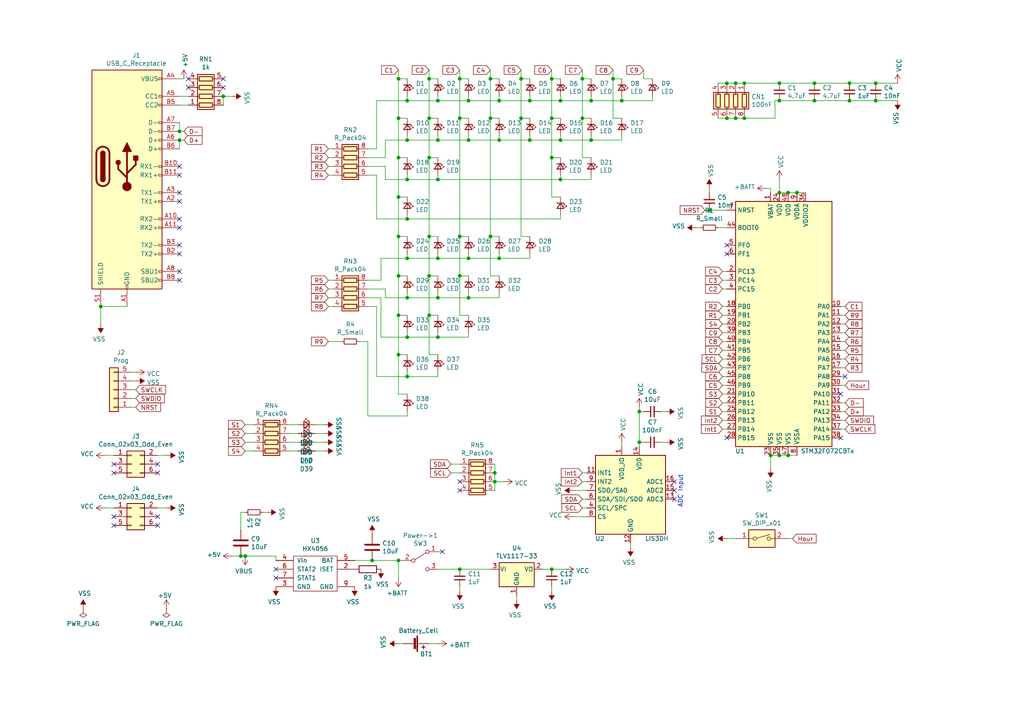
<source format=kicad_sch>
(kicad_sch (version 20210126) (generator eeschema)
  (paper "A4")
  (junction (at 29.21 88.9) (diameter 0.9144))
  (junction (at 52.07 38.1) (diameter 0.9144))
  (junction (at 52.07 40.64) (diameter 0.9144))
  (junction (at 64.77 27.94) (diameter 0.9144))
  (junction (at 69.85 161.29) (diameter 0.9144))
  (junction (at 71.12 161.29) (diameter 0.9144))
  (junction (at 107.95 162.56) (diameter 0.9144))
  (junction (at 115.57 22.86) (diameter 0.9144))
  (junction (at 115.57 34.29) (diameter 0.9144))
  (junction (at 115.57 45.72) (diameter 0.9144))
  (junction (at 115.57 57.15) (diameter 0.9144))
  (junction (at 115.57 68.58) (diameter 0.9144))
  (junction (at 115.57 80.01) (diameter 0.9144))
  (junction (at 115.57 91.44) (diameter 0.9144))
  (junction (at 115.57 102.87) (diameter 0.9144))
  (junction (at 115.57 162.56) (diameter 0.9144))
  (junction (at 118.11 29.21) (diameter 0.9144))
  (junction (at 118.11 40.64) (diameter 0.9144))
  (junction (at 118.11 52.07) (diameter 0.9144))
  (junction (at 118.11 63.5) (diameter 0.9144))
  (junction (at 118.11 74.93) (diameter 0.9144))
  (junction (at 118.11 86.36) (diameter 0.9144))
  (junction (at 118.11 97.79) (diameter 0.9144))
  (junction (at 118.11 109.22) (diameter 0.9144))
  (junction (at 124.46 22.86) (diameter 0.9144))
  (junction (at 124.46 34.29) (diameter 0.9144))
  (junction (at 124.46 45.72) (diameter 0.9144))
  (junction (at 124.46 68.58) (diameter 0.9144))
  (junction (at 124.46 80.01) (diameter 0.9144))
  (junction (at 124.46 91.44) (diameter 0.9144))
  (junction (at 127 29.21) (diameter 0.9144))
  (junction (at 127 40.64) (diameter 0.9144))
  (junction (at 127 52.07) (diameter 0.9144))
  (junction (at 127 74.93) (diameter 0.9144))
  (junction (at 127 86.36) (diameter 0.9144))
  (junction (at 127 97.79) (diameter 0.9144))
  (junction (at 133.35 22.86) (diameter 0.9144))
  (junction (at 133.35 34.29) (diameter 0.9144))
  (junction (at 133.35 68.58) (diameter 0.9144))
  (junction (at 133.35 80.01) (diameter 0.9144))
  (junction (at 133.35 165.1) (diameter 0.9144))
  (junction (at 135.89 29.21) (diameter 0.9144))
  (junction (at 135.89 40.64) (diameter 0.9144))
  (junction (at 135.89 74.93) (diameter 0.9144))
  (junction (at 135.89 86.36) (diameter 0.9144))
  (junction (at 142.24 22.86) (diameter 0.9144))
  (junction (at 142.24 34.29) (diameter 0.9144))
  (junction (at 142.24 68.58) (diameter 0.9144))
  (junction (at 143.51 137.16) (diameter 0.9144))
  (junction (at 143.51 139.7) (diameter 0.9144))
  (junction (at 144.78 29.21) (diameter 0.9144))
  (junction (at 144.78 40.64) (diameter 0.9144))
  (junction (at 144.78 74.93) (diameter 0.9144))
  (junction (at 151.13 22.86) (diameter 0.9144))
  (junction (at 151.13 34.29) (diameter 0.9144))
  (junction (at 153.67 29.21) (diameter 0.9144))
  (junction (at 153.67 40.64) (diameter 0.9144))
  (junction (at 160.02 22.86) (diameter 0.9144))
  (junction (at 160.02 34.29) (diameter 0.9144))
  (junction (at 160.02 45.72) (diameter 0.9144))
  (junction (at 160.02 165.1) (diameter 0.9144))
  (junction (at 162.56 29.21) (diameter 0.9144))
  (junction (at 162.56 40.64) (diameter 0.9144))
  (junction (at 162.56 52.07) (diameter 0.9144))
  (junction (at 168.91 22.86) (diameter 0.9144))
  (junction (at 168.91 34.29) (diameter 0.9144))
  (junction (at 171.45 29.21) (diameter 0.9144))
  (junction (at 171.45 40.64) (diameter 0.9144))
  (junction (at 177.8 22.86) (diameter 0.9144))
  (junction (at 180.34 29.21) (diameter 0.9144))
  (junction (at 185.42 119.38) (diameter 0.9144))
  (junction (at 185.42 128.27) (diameter 0.9144))
  (junction (at 205.74 60.96) (diameter 0.9144))
  (junction (at 210.82 24.13) (diameter 0.9144))
  (junction (at 210.82 34.29) (diameter 0.9144))
  (junction (at 213.36 24.13) (diameter 0.9144))
  (junction (at 213.36 34.29) (diameter 0.9144))
  (junction (at 215.9 24.13) (diameter 0.9144))
  (junction (at 215.9 34.29) (diameter 0.9144))
  (junction (at 223.52 132.08) (diameter 0.9144))
  (junction (at 226.06 24.13) (diameter 0.9144))
  (junction (at 226.06 29.21) (diameter 0.9144))
  (junction (at 226.06 55.88) (diameter 0.9144))
  (junction (at 226.06 132.08) (diameter 0.9144))
  (junction (at 228.6 55.88) (diameter 0.9144))
  (junction (at 228.6 132.08) (diameter 0.9144))
  (junction (at 231.14 55.88) (diameter 0.9144))
  (junction (at 236.22 24.13) (diameter 0.9144))
  (junction (at 236.22 29.21) (diameter 0.9144))
  (junction (at 246.38 24.13) (diameter 0.9144))
  (junction (at 246.38 29.21) (diameter 0.9144))
  (junction (at 254 24.13) (diameter 0.9144))
  (junction (at 254 29.21) (diameter 0.9144))
  (no_connect (at 33.02 134.62))
  (no_connect (at 33.02 137.16))
  (no_connect (at 33.02 149.86))
  (no_connect (at 33.02 152.4))
  (no_connect (at 45.72 134.62))
  (no_connect (at 45.72 137.16))
  (no_connect (at 45.72 149.86))
  (no_connect (at 45.72 152.4))
  (no_connect (at 52.07 48.26))
  (no_connect (at 52.07 50.8))
  (no_connect (at 52.07 55.88))
  (no_connect (at 52.07 58.42))
  (no_connect (at 52.07 63.5))
  (no_connect (at 52.07 66.04))
  (no_connect (at 52.07 71.12))
  (no_connect (at 52.07 73.66))
  (no_connect (at 52.07 78.74))
  (no_connect (at 52.07 81.28))
  (no_connect (at 54.61 22.86))
  (no_connect (at 54.61 25.4))
  (no_connect (at 64.77 22.86))
  (no_connect (at 64.77 25.4))
  (no_connect (at 80.01 165.1))
  (no_connect (at 80.01 167.64))
  (no_connect (at 128.27 160.02))
  (no_connect (at 133.35 139.7))
  (no_connect (at 133.35 142.24))
  (no_connect (at 195.58 139.7))
  (no_connect (at 195.58 142.24))
  (no_connect (at 195.58 144.78))
  (no_connect (at 210.82 71.12))
  (no_connect (at 210.82 73.66))
  (no_connect (at 210.82 127))
  (no_connect (at 243.84 114.3))
  (no_connect (at 243.84 127))
  (no_connect (at 245.11 109.22))
  (wire (pts (xy 29.21 88.9) (xy 29.21 93.98)))
  (wire (pts (xy 29.21 88.9) (xy 36.83 88.9)))
  (wire (pts (xy 30.48 132.08) (xy 33.02 132.08)))
  (wire (pts (xy 30.48 147.32) (xy 33.02 147.32)))
  (wire (pts (xy 38.1 107.95) (xy 39.37 107.95)))
  (wire (pts (xy 38.1 110.49) (xy 39.37 110.49)))
  (wire (pts (xy 38.1 115.57) (xy 39.37 115.57)))
  (wire (pts (xy 39.37 113.03) (xy 38.1 113.03)))
  (wire (pts (xy 39.37 118.11) (xy 38.1 118.11)))
  (wire (pts (xy 45.72 132.08) (xy 48.26 132.08)))
  (wire (pts (xy 45.72 147.32) (xy 48.26 147.32)))
  (wire (pts (xy 52.07 27.94) (xy 54.61 27.94)))
  (wire (pts (xy 52.07 30.48) (xy 54.61 30.48)))
  (wire (pts (xy 52.07 38.1) (xy 52.07 35.56)))
  (wire (pts (xy 52.07 38.1) (xy 53.34 38.1)))
  (wire (pts (xy 52.07 40.64) (xy 52.07 43.18)))
  (wire (pts (xy 52.07 40.64) (xy 53.34 40.64)))
  (wire (pts (xy 53.34 22.86) (xy 52.07 22.86)))
  (wire (pts (xy 64.77 27.94) (xy 67.31 27.94)))
  (wire (pts (xy 64.77 30.48) (xy 64.77 27.94)))
  (wire (pts (xy 67.31 161.29) (xy 69.85 161.29)))
  (wire (pts (xy 69.85 148.59) (xy 69.85 153.67)))
  (wire (pts (xy 69.85 148.59) (xy 71.12 148.59)))
  (wire (pts (xy 69.85 161.29) (xy 71.12 161.29)))
  (wire (pts (xy 71.12 125.73) (xy 73.66 125.73)))
  (wire (pts (xy 71.12 130.81) (xy 73.66 130.81)))
  (wire (pts (xy 71.12 161.29) (xy 80.01 161.29)))
  (wire (pts (xy 73.66 123.19) (xy 71.12 123.19)))
  (wire (pts (xy 73.66 128.27) (xy 71.12 128.27)))
  (wire (pts (xy 76.2 148.59) (xy 77.47 148.59)))
  (wire (pts (xy 80.01 161.29) (xy 80.01 162.56)))
  (wire (pts (xy 86.36 123.19) (xy 83.82 123.19)))
  (wire (pts (xy 86.36 125.73) (xy 83.82 125.73)))
  (wire (pts (xy 86.36 128.27) (xy 83.82 128.27)))
  (wire (pts (xy 86.36 130.81) (xy 83.82 130.81)))
  (wire (pts (xy 91.44 123.19) (xy 93.98 123.19)))
  (wire (pts (xy 91.44 125.73) (xy 93.98 125.73)))
  (wire (pts (xy 91.44 128.27) (xy 93.98 128.27)))
  (wire (pts (xy 91.44 130.81) (xy 93.98 130.81)))
  (wire (pts (xy 95.25 45.72) (xy 96.52 45.72)))
  (wire (pts (xy 95.25 50.8) (xy 96.52 50.8)))
  (wire (pts (xy 95.25 83.82) (xy 96.52 83.82)))
  (wire (pts (xy 95.25 88.9) (xy 96.52 88.9)))
  (wire (pts (xy 95.25 99.06) (xy 99.06 99.06)))
  (wire (pts (xy 96.52 43.18) (xy 95.25 43.18)))
  (wire (pts (xy 96.52 48.26) (xy 95.25 48.26)))
  (wire (pts (xy 96.52 81.28) (xy 95.25 81.28)))
  (wire (pts (xy 96.52 86.36) (xy 95.25 86.36)))
  (wire (pts (xy 102.87 162.56) (xy 107.95 162.56)))
  (wire (pts (xy 104.14 99.06) (xy 106.68 99.06)))
  (wire (pts (xy 106.68 45.72) (xy 111.76 45.72)))
  (wire (pts (xy 106.68 48.26) (xy 111.76 48.26)))
  (wire (pts (xy 106.68 50.8) (xy 109.22 50.8)))
  (wire (pts (xy 106.68 81.28) (xy 110.49 81.28)))
  (wire (pts (xy 106.68 83.82) (xy 111.76 83.82)))
  (wire (pts (xy 106.68 86.36) (xy 110.49 86.36)))
  (wire (pts (xy 106.68 88.9) (xy 109.22 88.9)))
  (wire (pts (xy 106.68 99.06) (xy 106.68 120.65)))
  (wire (pts (xy 106.68 120.65) (xy 118.11 120.65)))
  (wire (pts (xy 107.95 162.56) (xy 115.57 162.56)))
  (wire (pts (xy 109.22 29.21) (xy 109.22 43.18)))
  (wire (pts (xy 109.22 29.21) (xy 118.11 29.21)))
  (wire (pts (xy 109.22 43.18) (xy 106.68 43.18)))
  (wire (pts (xy 109.22 50.8) (xy 109.22 63.5)))
  (wire (pts (xy 109.22 88.9) (xy 109.22 109.22)))
  (wire (pts (xy 109.22 109.22) (xy 118.11 109.22)))
  (wire (pts (xy 110.49 81.28) (xy 110.49 74.93)))
  (wire (pts (xy 110.49 86.36) (xy 110.49 97.79)))
  (wire (pts (xy 111.76 45.72) (xy 111.76 40.64)))
  (wire (pts (xy 111.76 48.26) (xy 111.76 52.07)))
  (wire (pts (xy 111.76 83.82) (xy 111.76 86.36)))
  (wire (pts (xy 115.57 20.32) (xy 115.57 22.86)))
  (wire (pts (xy 115.57 22.86) (xy 115.57 34.29)))
  (wire (pts (xy 115.57 34.29) (xy 115.57 45.72)))
  (wire (pts (xy 115.57 34.29) (xy 118.11 34.29)))
  (wire (pts (xy 115.57 45.72) (xy 115.57 57.15)))
  (wire (pts (xy 115.57 45.72) (xy 118.11 45.72)))
  (wire (pts (xy 115.57 57.15) (xy 115.57 68.58)))
  (wire (pts (xy 115.57 57.15) (xy 118.11 57.15)))
  (wire (pts (xy 115.57 68.58) (xy 115.57 80.01)))
  (wire (pts (xy 115.57 68.58) (xy 118.11 68.58)))
  (wire (pts (xy 115.57 80.01) (xy 115.57 91.44)))
  (wire (pts (xy 115.57 80.01) (xy 118.11 80.01)))
  (wire (pts (xy 115.57 91.44) (xy 115.57 102.87)))
  (wire (pts (xy 115.57 102.87) (xy 115.57 114.3)))
  (wire (pts (xy 115.57 102.87) (xy 118.11 102.87)))
  (wire (pts (xy 115.57 114.3) (xy 118.11 114.3)))
  (wire (pts (xy 115.57 162.56) (xy 116.84 162.56)))
  (wire (pts (xy 115.57 167.64) (xy 115.57 162.56)))
  (wire (pts (xy 115.57 186.69) (xy 116.84 186.69)))
  (wire (pts (xy 118.11 22.86) (xy 115.57 22.86)))
  (wire (pts (xy 118.11 27.94) (xy 118.11 29.21)))
  (wire (pts (xy 118.11 29.21) (xy 127 29.21)))
  (wire (pts (xy 118.11 39.37) (xy 118.11 40.64)))
  (wire (pts (xy 118.11 40.64) (xy 111.76 40.64)))
  (wire (pts (xy 118.11 50.8) (xy 118.11 52.07)))
  (wire (pts (xy 118.11 52.07) (xy 111.76 52.07)))
  (wire (pts (xy 118.11 62.23) (xy 118.11 63.5)))
  (wire (pts (xy 118.11 63.5) (xy 109.22 63.5)))
  (wire (pts (xy 118.11 73.66) (xy 118.11 74.93)))
  (wire (pts (xy 118.11 74.93) (xy 110.49 74.93)))
  (wire (pts (xy 118.11 85.09) (xy 118.11 86.36)))
  (wire (pts (xy 118.11 86.36) (xy 111.76 86.36)))
  (wire (pts (xy 118.11 91.44) (xy 115.57 91.44)))
  (wire (pts (xy 118.11 96.52) (xy 118.11 97.79)))
  (wire (pts (xy 118.11 97.79) (xy 110.49 97.79)))
  (wire (pts (xy 118.11 107.95) (xy 118.11 109.22)))
  (wire (pts (xy 118.11 109.22) (xy 127 109.22)))
  (wire (pts (xy 118.11 119.38) (xy 118.11 120.65)))
  (wire (pts (xy 124.46 20.32) (xy 124.46 22.86)))
  (wire (pts (xy 124.46 34.29) (xy 124.46 22.86)))
  (wire (pts (xy 124.46 34.29) (xy 127 34.29)))
  (wire (pts (xy 124.46 45.72) (xy 124.46 34.29)))
  (wire (pts (xy 124.46 68.58) (xy 124.46 45.72)))
  (wire (pts (xy 124.46 80.01) (xy 124.46 68.58)))
  (wire (pts (xy 124.46 80.01) (xy 127 80.01)))
  (wire (pts (xy 124.46 91.44) (xy 124.46 80.01)))
  (wire (pts (xy 124.46 91.44) (xy 127 91.44)))
  (wire (pts (xy 124.46 102.87) (xy 124.46 91.44)))
  (wire (pts (xy 124.46 102.87) (xy 127 102.87)))
  (wire (pts (xy 124.46 186.69) (xy 127 186.69)))
  (wire (pts (xy 127 22.86) (xy 124.46 22.86)))
  (wire (pts (xy 127 27.94) (xy 127 29.21)))
  (wire (pts (xy 127 29.21) (xy 135.89 29.21)))
  (wire (pts (xy 127 39.37) (xy 127 40.64)))
  (wire (pts (xy 127 40.64) (xy 118.11 40.64)))
  (wire (pts (xy 127 45.72) (xy 124.46 45.72)))
  (wire (pts (xy 127 50.8) (xy 127 52.07)))
  (wire (pts (xy 127 52.07) (xy 118.11 52.07)))
  (wire (pts (xy 127 68.58) (xy 124.46 68.58)))
  (wire (pts (xy 127 73.66) (xy 127 74.93)))
  (wire (pts (xy 127 74.93) (xy 118.11 74.93)))
  (wire (pts (xy 127 85.09) (xy 127 86.36)))
  (wire (pts (xy 127 86.36) (xy 118.11 86.36)))
  (wire (pts (xy 127 96.52) (xy 127 97.79)))
  (wire (pts (xy 127 97.79) (xy 118.11 97.79)))
  (wire (pts (xy 127 107.95) (xy 127 109.22)))
  (wire (pts (xy 127 160.02) (xy 128.27 160.02)))
  (wire (pts (xy 127 165.1) (xy 133.35 165.1)))
  (wire (pts (xy 133.35 20.32) (xy 133.35 22.86)))
  (wire (pts (xy 133.35 34.29) (xy 133.35 22.86)))
  (wire (pts (xy 133.35 34.29) (xy 135.89 34.29)))
  (wire (pts (xy 133.35 68.58) (xy 133.35 34.29)))
  (wire (pts (xy 133.35 80.01) (xy 133.35 68.58)))
  (wire (pts (xy 133.35 91.44) (xy 133.35 80.01)))
  (wire (pts (xy 133.35 91.44) (xy 135.89 91.44)))
  (wire (pts (xy 133.35 134.62) (xy 130.81 134.62)))
  (wire (pts (xy 133.35 137.16) (xy 130.81 137.16)))
  (wire (pts (xy 133.35 165.1) (xy 142.24 165.1)))
  (wire (pts (xy 133.35 171.45) (xy 133.35 170.18)))
  (wire (pts (xy 135.89 22.86) (xy 133.35 22.86)))
  (wire (pts (xy 135.89 27.94) (xy 135.89 29.21)))
  (wire (pts (xy 135.89 29.21) (xy 144.78 29.21)))
  (wire (pts (xy 135.89 39.37) (xy 135.89 40.64)))
  (wire (pts (xy 135.89 40.64) (xy 127 40.64)))
  (wire (pts (xy 135.89 68.58) (xy 133.35 68.58)))
  (wire (pts (xy 135.89 73.66) (xy 135.89 74.93)))
  (wire (pts (xy 135.89 74.93) (xy 127 74.93)))
  (wire (pts (xy 135.89 80.01) (xy 133.35 80.01)))
  (wire (pts (xy 135.89 85.09) (xy 135.89 86.36)))
  (wire (pts (xy 135.89 86.36) (xy 127 86.36)))
  (wire (pts (xy 135.89 96.52) (xy 135.89 97.79)))
  (wire (pts (xy 135.89 97.79) (xy 127 97.79)))
  (wire (pts (xy 142.24 20.32) (xy 142.24 22.86)))
  (wire (pts (xy 142.24 22.86) (xy 144.78 22.86)))
  (wire (pts (xy 142.24 34.29) (xy 142.24 22.86)))
  (wire (pts (xy 142.24 68.58) (xy 142.24 34.29)))
  (wire (pts (xy 142.24 80.01) (xy 142.24 68.58)))
  (wire (pts (xy 143.51 137.16) (xy 143.51 134.62)))
  (wire (pts (xy 143.51 139.7) (xy 143.51 137.16)))
  (wire (pts (xy 143.51 139.7) (xy 143.51 142.24)))
  (wire (pts (xy 144.78 27.94) (xy 144.78 29.21)))
  (wire (pts (xy 144.78 29.21) (xy 153.67 29.21)))
  (wire (pts (xy 144.78 34.29) (xy 142.24 34.29)))
  (wire (pts (xy 144.78 39.37) (xy 144.78 40.64)))
  (wire (pts (xy 144.78 40.64) (xy 135.89 40.64)))
  (wire (pts (xy 144.78 68.58) (xy 142.24 68.58)))
  (wire (pts (xy 144.78 73.66) (xy 144.78 74.93)))
  (wire (pts (xy 144.78 74.93) (xy 135.89 74.93)))
  (wire (pts (xy 144.78 80.01) (xy 142.24 80.01)))
  (wire (pts (xy 144.78 85.09) (xy 144.78 86.36)))
  (wire (pts (xy 144.78 86.36) (xy 135.89 86.36)))
  (wire (pts (xy 146.05 139.7) (xy 143.51 139.7)))
  (wire (pts (xy 149.86 173.99) (xy 149.86 172.72)))
  (wire (pts (xy 151.13 20.32) (xy 151.13 22.86)))
  (wire (pts (xy 151.13 22.86) (xy 153.67 22.86)))
  (wire (pts (xy 151.13 34.29) (xy 151.13 22.86)))
  (wire (pts (xy 151.13 68.58) (xy 151.13 34.29)))
  (wire (pts (xy 151.13 68.58) (xy 153.67 68.58)))
  (wire (pts (xy 153.67 27.94) (xy 153.67 29.21)))
  (wire (pts (xy 153.67 29.21) (xy 162.56 29.21)))
  (wire (pts (xy 153.67 34.29) (xy 151.13 34.29)))
  (wire (pts (xy 153.67 39.37) (xy 153.67 40.64)))
  (wire (pts (xy 153.67 40.64) (xy 144.78 40.64)))
  (wire (pts (xy 153.67 73.66) (xy 153.67 74.93)))
  (wire (pts (xy 153.67 74.93) (xy 144.78 74.93)))
  (wire (pts (xy 157.48 165.1) (xy 160.02 165.1)))
  (wire (pts (xy 160.02 22.86) (xy 160.02 20.32)))
  (wire (pts (xy 160.02 22.86) (xy 162.56 22.86)))
  (wire (pts (xy 160.02 34.29) (xy 160.02 22.86)))
  (wire (pts (xy 160.02 45.72) (xy 160.02 34.29)))
  (wire (pts (xy 160.02 57.15) (xy 160.02 45.72)))
  (wire (pts (xy 160.02 57.15) (xy 162.56 57.15)))
  (wire (pts (xy 160.02 165.1) (xy 163.83 165.1)))
  (wire (pts (xy 160.02 171.45) (xy 160.02 170.18)))
  (wire (pts (xy 162.56 27.94) (xy 162.56 29.21)))
  (wire (pts (xy 162.56 29.21) (xy 171.45 29.21)))
  (wire (pts (xy 162.56 34.29) (xy 160.02 34.29)))
  (wire (pts (xy 162.56 39.37) (xy 162.56 40.64)))
  (wire (pts (xy 162.56 40.64) (xy 153.67 40.64)))
  (wire (pts (xy 162.56 45.72) (xy 160.02 45.72)))
  (wire (pts (xy 162.56 50.8) (xy 162.56 52.07)))
  (wire (pts (xy 162.56 52.07) (xy 127 52.07)))
  (wire (pts (xy 162.56 62.23) (xy 162.56 63.5)))
  (wire (pts (xy 162.56 63.5) (xy 118.11 63.5)))
  (wire (pts (xy 166.37 142.24) (xy 170.18 142.24)))
  (wire (pts (xy 166.37 149.86) (xy 170.18 149.86)))
  (wire (pts (xy 168.91 22.86) (xy 168.91 20.32)))
  (wire (pts (xy 168.91 34.29) (xy 168.91 22.86)))
  (wire (pts (xy 168.91 34.29) (xy 171.45 34.29)))
  (wire (pts (xy 168.91 45.72) (xy 168.91 34.29)))
  (wire (pts (xy 168.91 139.7) (xy 170.18 139.7)))
  (wire (pts (xy 168.91 144.78) (xy 170.18 144.78)))
  (wire (pts (xy 168.91 147.32) (xy 170.18 147.32)))
  (wire (pts (xy 170.18 137.16) (xy 168.91 137.16)))
  (wire (pts (xy 171.45 22.86) (xy 168.91 22.86)))
  (wire (pts (xy 171.45 27.94) (xy 171.45 29.21)))
  (wire (pts (xy 171.45 29.21) (xy 180.34 29.21)))
  (wire (pts (xy 171.45 39.37) (xy 171.45 40.64)))
  (wire (pts (xy 171.45 40.64) (xy 162.56 40.64)))
  (wire (pts (xy 171.45 45.72) (xy 168.91 45.72)))
  (wire (pts (xy 171.45 50.8) (xy 171.45 52.07)))
  (wire (pts (xy 171.45 52.07) (xy 162.56 52.07)))
  (wire (pts (xy 177.8 20.32) (xy 177.8 22.86)))
  (wire (pts (xy 177.8 22.86) (xy 177.8 34.29)))
  (wire (pts (xy 177.8 34.29) (xy 180.34 34.29)))
  (wire (pts (xy 180.34 22.86) (xy 177.8 22.86)))
  (wire (pts (xy 180.34 27.94) (xy 180.34 29.21)))
  (wire (pts (xy 180.34 29.21) (xy 189.23 29.21)))
  (wire (pts (xy 180.34 39.37) (xy 180.34 40.64)))
  (wire (pts (xy 180.34 40.64) (xy 171.45 40.64)))
  (wire (pts (xy 180.34 129.54) (xy 180.34 128.27)))
  (wire (pts (xy 182.88 158.75) (xy 182.88 157.48)))
  (wire (pts (xy 185.42 118.11) (xy 185.42 119.38)))
  (wire (pts (xy 185.42 119.38) (xy 185.42 128.27)))
  (wire (pts (xy 185.42 128.27) (xy 185.42 129.54)))
  (wire (pts (xy 186.69 22.86) (xy 186.69 20.32)))
  (wire (pts (xy 186.69 119.38) (xy 185.42 119.38)))
  (wire (pts (xy 186.69 128.27) (xy 185.42 128.27)))
  (wire (pts (xy 189.23 22.86) (xy 186.69 22.86)))
  (wire (pts (xy 189.23 27.94) (xy 189.23 29.21)))
  (wire (pts (xy 191.77 119.38) (xy 193.04 119.38)))
  (wire (pts (xy 191.77 128.27) (xy 193.04 128.27)))
  (wire (pts (xy 201.93 66.04) (xy 203.2 66.04)))
  (wire (pts (xy 204.47 60.96) (xy 205.74 60.96)))
  (wire (pts (xy 205.74 55.88) (xy 205.74 54.61)))
  (wire (pts (xy 205.74 60.96) (xy 210.82 60.96)))
  (wire (pts (xy 208.28 34.29) (xy 210.82 34.29)))
  (wire (pts (xy 208.28 66.04) (xy 210.82 66.04)))
  (wire (pts (xy 209.55 78.74) (xy 210.82 78.74)))
  (wire (pts (xy 209.55 81.28) (xy 210.82 81.28)))
  (wire (pts (xy 209.55 83.82) (xy 210.82 83.82)))
  (wire (pts (xy 209.55 88.9) (xy 210.82 88.9)))
  (wire (pts (xy 209.55 91.44) (xy 210.82 91.44)))
  (wire (pts (xy 209.55 93.98) (xy 210.82 93.98)))
  (wire (pts (xy 209.55 96.52) (xy 210.82 96.52)))
  (wire (pts (xy 209.55 99.06) (xy 210.82 99.06)))
  (wire (pts (xy 209.55 101.6) (xy 210.82 101.6)))
  (wire (pts (xy 209.55 104.14) (xy 210.82 104.14)))
  (wire (pts (xy 209.55 109.22) (xy 210.82 109.22)))
  (wire (pts (xy 209.55 111.76) (xy 210.82 111.76)))
  (wire (pts (xy 209.55 116.84) (xy 210.82 116.84)))
  (wire (pts (xy 209.55 121.92) (xy 210.82 121.92)))
  (wire (pts (xy 210.82 24.13) (xy 208.28 24.13)))
  (wire (pts (xy 210.82 34.29) (xy 213.36 34.29)))
  (wire (pts (xy 210.82 106.68) (xy 209.55 106.68)))
  (wire (pts (xy 210.82 114.3) (xy 209.55 114.3)))
  (wire (pts (xy 210.82 119.38) (xy 209.55 119.38)))
  (wire (pts (xy 210.82 124.46) (xy 209.55 124.46)))
  (wire (pts (xy 210.82 156.21) (xy 213.36 156.21)))
  (wire (pts (xy 213.36 24.13) (xy 210.82 24.13)))
  (wire (pts (xy 213.36 34.29) (xy 215.9 34.29)))
  (wire (pts (xy 215.9 24.13) (xy 213.36 24.13)))
  (wire (pts (xy 215.9 34.29) (xy 224.79 34.29)))
  (wire (pts (xy 222.25 54.61) (xy 223.52 54.61)))
  (wire (pts (xy 223.52 54.61) (xy 223.52 55.88)))
  (wire (pts (xy 223.52 132.08) (xy 226.06 132.08)))
  (wire (pts (xy 223.52 135.89) (xy 223.52 132.08)))
  (wire (pts (xy 224.79 29.21) (xy 226.06 29.21)))
  (wire (pts (xy 224.79 34.29) (xy 224.79 29.21)))
  (wire (pts (xy 226.06 24.13) (xy 215.9 24.13)))
  (wire (pts (xy 226.06 29.21) (xy 236.22 29.21)))
  (wire (pts (xy 226.06 55.88) (xy 226.06 52.07)))
  (wire (pts (xy 226.06 132.08) (xy 228.6 132.08)))
  (wire (pts (xy 228.6 55.88) (xy 226.06 55.88)))
  (wire (pts (xy 228.6 132.08) (xy 231.14 132.08)))
  (wire (pts (xy 228.6 156.21) (xy 229.87 156.21)))
  (wire (pts (xy 231.14 55.88) (xy 228.6 55.88)))
  (wire (pts (xy 233.68 55.88) (xy 231.14 55.88)))
  (wire (pts (xy 236.22 24.13) (xy 226.06 24.13)))
  (wire (pts (xy 236.22 24.13) (xy 246.38 24.13)))
  (wire (pts (xy 236.22 29.21) (xy 246.38 29.21)))
  (wire (pts (xy 243.84 88.9) (xy 245.11 88.9)))
  (wire (pts (xy 243.84 93.98) (xy 245.11 93.98)))
  (wire (pts (xy 243.84 106.68) (xy 245.11 106.68)))
  (wire (pts (xy 243.84 109.22) (xy 245.11 109.22)))
  (wire (pts (xy 243.84 111.76) (xy 245.11 111.76)))
  (wire (pts (xy 243.84 116.84) (xy 245.11 116.84)))
  (wire (pts (xy 243.84 119.38) (xy 245.11 119.38)))
  (wire (pts (xy 243.84 121.92) (xy 245.11 121.92)))
  (wire (pts (xy 245.11 91.44) (xy 243.84 91.44)))
  (wire (pts (xy 245.11 96.52) (xy 243.84 96.52)))
  (wire (pts (xy 245.11 99.06) (xy 243.84 99.06)))
  (wire (pts (xy 245.11 101.6) (xy 243.84 101.6)))
  (wire (pts (xy 245.11 104.14) (xy 243.84 104.14)))
  (wire (pts (xy 245.11 124.46) (xy 243.84 124.46)))
  (wire (pts (xy 246.38 24.13) (xy 254 24.13)))
  (wire (pts (xy 246.38 29.21) (xy 254 29.21)))
  (wire (pts (xy 254 24.13) (xy 260.35 24.13)))
  (wire (pts (xy 254 29.21) (xy 260.35 29.21)))
  (wire (pts (xy 324.4596 71.6788) (xy 324.4596 71.882)))
  (wire (pts (xy 332.74 71.882) (xy 324.4596 71.882)))
  (text "ADC Input" (at 198.12 147.32 90) (effects (font (size 1.27 1.27)) (justify left bottom)))
  (global_label "SWCLK" (shape input) (at 39.37 113.03 0) (property "Intersheet References" "${INTERSHEET_REFS}" (effects hide)))
  (global_label "SWDIO" (shape input) (at 39.37 115.57 0) (property "Intersheet References" "${INTERSHEET_REFS}" (effects hide)))
  (global_label "NRST" (shape input) (at 39.37 118.11 0) (property "Intersheet References" "${INTERSHEET_REFS}" (effects hide)))
  (global_label "D-" (shape input) (at 53.34 38.1 0) (property "Intersheet References" "${INTERSHEET_REFS}" (effects hide)))
  (global_label "D+" (shape input) (at 53.34 40.64 0) (property "Intersheet References" "${INTERSHEET_REFS}" (effects hide)))
  (global_label "S1" (shape input) (at 71.12 123.19 180) (property "Intersheet References" "${INTERSHEET_REFS}" (effects hide)))
  (global_label "S2" (shape input) (at 71.12 125.73 180) (property "Intersheet References" "${INTERSHEET_REFS}" (effects hide)))
  (global_label "S3" (shape input) (at 71.12 128.27 180) (property "Intersheet References" "${INTERSHEET_REFS}" (effects hide)))
  (global_label "S4" (shape input) (at 71.12 130.81 180) (property "Intersheet References" "${INTERSHEET_REFS}" (effects hide)))
  (global_label "R1" (shape input) (at 95.25 43.18 180) (property "Intersheet References" "${INTERSHEET_REFS}" (effects hide)))
  (global_label "R2" (shape input) (at 95.25 45.72 180) (property "Intersheet References" "${INTERSHEET_REFS}" (effects hide)))
  (global_label "R3" (shape input) (at 95.25 48.26 180) (property "Intersheet References" "${INTERSHEET_REFS}" (effects hide)))
  (global_label "R4" (shape input) (at 95.25 50.8 180) (property "Intersheet References" "${INTERSHEET_REFS}" (effects hide)))
  (global_label "R5" (shape input) (at 95.25 81.28 180) (property "Intersheet References" "${INTERSHEET_REFS}" (effects hide)))
  (global_label "R6" (shape input) (at 95.25 83.82 180) (property "Intersheet References" "${INTERSHEET_REFS}" (effects hide)))
  (global_label "R7" (shape input) (at 95.25 86.36 180) (property "Intersheet References" "${INTERSHEET_REFS}" (effects hide)))
  (global_label "R8" (shape input) (at 95.25 88.9 180) (property "Intersheet References" "${INTERSHEET_REFS}" (effects hide)))
  (global_label "R9" (shape input) (at 95.25 99.06 180) (property "Intersheet References" "${INTERSHEET_REFS}" (effects hide)))
  (global_label "C1" (shape input) (at 115.57 20.32 180) (property "Intersheet References" "${INTERSHEET_REFS}" (effects hide)))
  (global_label "C2" (shape input) (at 124.46 20.32 180) (property "Intersheet References" "${INTERSHEET_REFS}" (effects hide)))
  (global_label "SDA" (shape input) (at 130.81 134.62 180) (property "Intersheet References" "${INTERSHEET_REFS}" (effects hide)))
  (global_label "SCL" (shape input) (at 130.81 137.16 180) (property "Intersheet References" "${INTERSHEET_REFS}" (effects hide)))
  (global_label "C3" (shape input) (at 133.35 20.32 180) (property "Intersheet References" "${INTERSHEET_REFS}" (effects hide)))
  (global_label "C4" (shape input) (at 142.24 20.32 180) (property "Intersheet References" "${INTERSHEET_REFS}" (effects hide)))
  (global_label "C5" (shape input) (at 151.13 20.32 180) (property "Intersheet References" "${INTERSHEET_REFS}" (effects hide)))
  (global_label "C6" (shape input) (at 160.02 20.32 180) (property "Intersheet References" "${INTERSHEET_REFS}" (effects hide)))
  (global_label "C7" (shape input) (at 168.91 20.32 180) (property "Intersheet References" "${INTERSHEET_REFS}" (effects hide)))
  (global_label "Int1" (shape input) (at 168.91 137.16 180) (property "Intersheet References" "${INTERSHEET_REFS}" (effects hide)))
  (global_label "Int2" (shape input) (at 168.91 139.7 180) (property "Intersheet References" "${INTERSHEET_REFS}" (effects hide)))
  (global_label "SDA" (shape input) (at 168.91 144.78 180) (property "Intersheet References" "${INTERSHEET_REFS}" (effects hide)))
  (global_label "SCL" (shape input) (at 168.91 147.32 180) (property "Intersheet References" "${INTERSHEET_REFS}" (effects hide)))
  (global_label "C8" (shape input) (at 177.8 20.32 180) (property "Intersheet References" "${INTERSHEET_REFS}" (effects hide)))
  (global_label "C9" (shape input) (at 186.69 20.32 180) (property "Intersheet References" "${INTERSHEET_REFS}" (effects hide)))
  (global_label "NRST" (shape input) (at 204.47 60.96 180) (property "Intersheet References" "${INTERSHEET_REFS}" (effects hide)))
  (global_label "C4" (shape input) (at 209.55 78.74 180) (property "Intersheet References" "${INTERSHEET_REFS}" (effects hide)))
  (global_label "C3" (shape input) (at 209.55 81.28 180) (property "Intersheet References" "${INTERSHEET_REFS}" (effects hide)))
  (global_label "C2" (shape input) (at 209.55 83.82 180) (property "Intersheet References" "${INTERSHEET_REFS}" (effects hide)))
  (global_label "R2" (shape input) (at 209.55 88.9 180) (property "Intersheet References" "${INTERSHEET_REFS}" (effects hide)))
  (global_label "R1" (shape input) (at 209.55 91.44 180) (property "Intersheet References" "${INTERSHEET_REFS}" (effects hide)))
  (global_label "S4" (shape input) (at 209.55 93.98 180) (property "Intersheet References" "${INTERSHEET_REFS}" (effects hide)))
  (global_label "C9" (shape input) (at 209.55 96.52 180) (property "Intersheet References" "${INTERSHEET_REFS}" (effects hide)))
  (global_label "C8" (shape input) (at 209.55 99.06 180) (property "Intersheet References" "${INTERSHEET_REFS}" (effects hide)))
  (global_label "C7" (shape input) (at 209.55 101.6 180) (property "Intersheet References" "${INTERSHEET_REFS}" (effects hide)))
  (global_label "SCL" (shape input) (at 209.55 104.14 180) (property "Intersheet References" "${INTERSHEET_REFS}" (effects hide)))
  (global_label "SDA" (shape input) (at 209.55 106.68 180) (property "Intersheet References" "${INTERSHEET_REFS}" (effects hide)))
  (global_label "C6" (shape input) (at 209.55 109.22 180) (property "Intersheet References" "${INTERSHEET_REFS}" (effects hide)))
  (global_label "C5" (shape input) (at 209.55 111.76 180) (property "Intersheet References" "${INTERSHEET_REFS}" (effects hide)))
  (global_label "S3" (shape input) (at 209.55 114.3 180) (property "Intersheet References" "${INTERSHEET_REFS}" (effects hide)))
  (global_label "S2" (shape input) (at 209.55 116.84 180) (property "Intersheet References" "${INTERSHEET_REFS}" (effects hide)))
  (global_label "S1" (shape input) (at 209.55 119.38 180) (property "Intersheet References" "${INTERSHEET_REFS}" (effects hide)))
  (global_label "Int2" (shape input) (at 209.55 121.92 180) (property "Intersheet References" "${INTERSHEET_REFS}" (effects hide)))
  (global_label "Int1" (shape input) (at 209.55 124.46 180) (property "Intersheet References" "${INTERSHEET_REFS}" (effects hide)))
  (global_label "Hour" (shape input) (at 229.87 156.21 0) (property "Intersheet References" "${INTERSHEET_REFS}" (effects hide)))
  (global_label "C1" (shape input) (at 245.11 88.9 0) (property "Intersheet References" "${INTERSHEET_REFS}" (effects hide)))
  (global_label "R9" (shape input) (at 245.11 91.44 0) (property "Intersheet References" "${INTERSHEET_REFS}" (effects hide)))
  (global_label "R8" (shape input) (at 245.11 93.98 0) (property "Intersheet References" "${INTERSHEET_REFS}" (effects hide)))
  (global_label "R7" (shape input) (at 245.11 96.52 0) (property "Intersheet References" "${INTERSHEET_REFS}" (effects hide)))
  (global_label "R6" (shape input) (at 245.11 99.06 0) (property "Intersheet References" "${INTERSHEET_REFS}" (effects hide)))
  (global_label "R5" (shape input) (at 245.11 101.6 0) (property "Intersheet References" "${INTERSHEET_REFS}" (effects hide)))
  (global_label "R4" (shape input) (at 245.11 104.14 0) (property "Intersheet References" "${INTERSHEET_REFS}" (effects hide)))
  (global_label "R3" (shape input) (at 245.11 106.68 0) (property "Intersheet References" "${INTERSHEET_REFS}" (effects hide)))
  (global_label "Hour" (shape input) (at 245.11 111.76 0) (property "Intersheet References" "${INTERSHEET_REFS}" (effects hide)))
  (global_label "D-" (shape input) (at 245.11 116.84 0) (property "Intersheet References" "${INTERSHEET_REFS}" (effects hide)))
  (global_label "D+" (shape input) (at 245.11 119.38 0) (property "Intersheet References" "${INTERSHEET_REFS}" (effects hide)))
  (global_label "SWDIO" (shape input) (at 245.11 121.92 0) (property "Intersheet References" "${INTERSHEET_REFS}" (effects hide)))
  (global_label "SWCLK" (shape input) (at 245.11 124.46 0) (property "Intersheet References" "${INTERSHEET_REFS}" (effects hide)))
  (symbol (lib_id "power:PWR_FLAG") (at 24.13 176.53 180) (unit 1)
    (property "Reference" "#FLG01" (effects hide))
    (property "Value" "PWR_FLAG" (at 24.13 180.9242 0))
  )
  (symbol (lib_id "power:PWR_FLAG") (at 48.26 176.53 180) (unit 1)
    (property "Reference" "#FLG02" (effects hide))
    (property "Value" "PWR_FLAG" (at 48.26 180.9242 0))
  )
  (symbol (lib_id "power:VSS") (at 24.13 176.53 0) (unit 1)
    (property "Reference" "#PWR042" (effects hide))
    (property "Value" "VSS" (at 24.5618 172.1358 0))
  )
  (symbol (lib_id "power:VSS") (at 29.21 93.98 180) (unit 1)
    (property "Reference" "#PWR09" (effects hide))
    (property "Value" "VSS" (at 28.7528 98.3742 0))
  )
  (symbol (lib_id "power:VCC") (at 30.48 132.08 90) (unit 1)
    (property "Reference" "#PWR024" (effects hide))
    (property "Value" "VCC" (at 27.2288 131.6482 90) (effects (justify left)))
  )
  (symbol (lib_id "power:VCC") (at 30.48 147.32 90) (unit 1)
    (property "Reference" "#PWR027" (effects hide))
    (property "Value" "VCC" (at 27.2288 146.8882 90) (effects (justify left)))
  )
  (symbol (lib_id "power:VCC") (at 39.37 107.95 270) (unit 1)
    (property "Reference" "#PWR010" (effects hide))
    (property "Value" "VCC" (at 42.6212 108.3818 90) (effects (justify left)))
  )
  (symbol (lib_id "power:VSS") (at 39.37 110.49 270) (unit 1)
    (property "Reference" "#PWR011" (effects hide))
    (property "Value" "VSS" (at 42.6212 110.9218 90) (effects (justify left)))
  )
  (symbol (lib_id "power:VSS") (at 48.26 132.08 270) (unit 1)
    (property "Reference" "#PWR025" (effects hide))
    (property "Value" "VSS" (at 52.6542 132.5372 0))
  )
  (symbol (lib_id "power:VSS") (at 48.26 147.32 270) (unit 1)
    (property "Reference" "#PWR028" (effects hide))
    (property "Value" "VSS" (at 52.6542 147.7772 0))
  )
  (symbol (lib_id "power:+5V") (at 48.26 176.53 0) (unit 1)
    (property "Reference" "#PWR043" (effects hide))
    (property "Value" "+5V" (at 45.72 172.72 0) (effects (justify left)))
  )
  (symbol (lib_id "power:+5V") (at 53.34 22.86 0) (unit 1)
    (property "Reference" "#PWR01" (effects hide))
    (property "Value" "+5V" (at 53.721 19.6088 90) (effects (justify left)))
  )
  (symbol (lib_id "power:VSS") (at 67.31 27.94 270) (unit 1)
    (property "Reference" "#PWR03" (effects hide))
    (property "Value" "VSS" (at 71.7042 28.3972 0))
  )
  (symbol (lib_id "power:+5V") (at 67.31 161.29 90) (unit 1)
    (property "Reference" "#PWR032" (effects hide))
    (property "Value" "+5V" (at 64.0588 160.909 90) (effects (justify left)))
  )
  (symbol (lib_id "power:VBUS") (at 71.12 161.29 180) (unit 1)
    (property "Reference" "#PWR033" (effects hide))
    (property "Value" "VBUS" (at 70.739 165.6842 0))
  )
  (symbol (lib_id "power:VSS") (at 77.47 148.59 270) (unit 1)
    (property "Reference" "#PWR029" (effects hide))
    (property "Value" "VSS" (at 81.8642 149.0218 0))
  )
  (symbol (lib_id "power:VSS") (at 80.01 170.18 180) (unit 1)
    (property "Reference" "#PWR037" (effects hide))
    (property "Value" "VSS" (at 79.5528 174.5742 0))
  )
  (symbol (lib_id "power:VSS") (at 93.98 123.19 270) (mirror x) (unit 1)
    (property "Reference" "#PWR021" (effects hide))
    (property "Value" "VSS" (at 98.3742 122.7582 0))
  )
  (symbol (lib_id "power:VSS") (at 93.98 125.73 270) (mirror x) (unit 1)
    (property "Reference" "#PWR019" (effects hide))
    (property "Value" "VSS" (at 98.3742 125.2982 0))
  )
  (symbol (lib_id "power:VSS") (at 93.98 128.27 270) (mirror x) (unit 1)
    (property "Reference" "#PWR016" (effects hide))
    (property "Value" "VSS" (at 98.3742 127.8382 0))
  )
  (symbol (lib_id "power:VSS") (at 93.98 130.81 270) (mirror x) (unit 1)
    (property "Reference" "#PWR014" (effects hide))
    (property "Value" "VSS" (at 98.3742 130.3782 0))
  )
  (symbol (lib_id "power:VSS") (at 102.87 170.18 180) (unit 1)
    (property "Reference" "#PWR038" (effects hide))
    (property "Value" "VSS" (at 102.4128 174.5742 0))
  )
  (symbol (lib_id "power:VSS") (at 107.95 154.94 0) (unit 1)
    (property "Reference" "#PWR030" (effects hide))
    (property "Value" "VSS" (at 108.3818 150.5458 0))
  )
  (symbol (lib_id "power:VSS") (at 110.49 165.1 0) (mirror x) (unit 1)
    (property "Reference" "#PWR034" (effects hide))
    (property "Value" "VSS" (at 110.9472 169.4942 0))
  )
  (symbol (lib_id "power:+BATT") (at 115.57 167.64 180) (unit 1)
    (property "Reference" "#PWR036" (effects hide))
    (property "Value" "+BATT" (at 115.189 172.0342 0))
  )
  (symbol (lib_id "power:VSS") (at 115.57 186.69 90) (unit 1)
    (property "Reference" "#PWR044" (effects hide))
    (property "Value" "VSS" (at 111.1758 186.2328 0))
  )
  (symbol (lib_id "power:+BATT") (at 127 186.69 270) (unit 1)
    (property "Reference" "#PWR045" (effects hide))
    (property "Value" "+BATT" (at 130.2512 187.071 90) (effects (justify left)))
  )
  (symbol (lib_id "power:VSS") (at 133.35 171.45 180) (unit 1)
    (property "Reference" "#PWR039" (effects hide))
    (property "Value" "VSS" (at 132.8928 175.8442 0))
  )
  (symbol (lib_id "power:VCC") (at 146.05 139.7 270) (unit 1)
    (property "Reference" "#PWR012" (effects hide))
    (property "Value" "VCC" (at 149.3012 140.1318 90) (effects (justify left)))
  )
  (symbol (lib_id "power:VSS") (at 149.86 173.99 180) (unit 1)
    (property "Reference" "#PWR041" (effects hide))
    (property "Value" "VSS" (at 149.4028 178.3842 0))
  )
  (symbol (lib_id "power:VSS") (at 160.02 171.45 180) (unit 1)
    (property "Reference" "#PWR040" (effects hide))
    (property "Value" "VSS" (at 159.5628 175.8442 0))
  )
  (symbol (lib_id "power:VCC") (at 163.83 165.1 270) (unit 1)
    (property "Reference" "#PWR035" (effects hide))
    (property "Value" "VCC" (at 167.0812 165.5318 90) (effects (justify left)))
  )
  (symbol (lib_id "power:VSS") (at 166.37 142.24 90) (unit 1)
    (property "Reference" "#PWR0107" (effects hide))
    (property "Value" "VSS" (at 161.9758 141.8082 0))
  )
  (symbol (lib_id "power:VCC") (at 166.37 149.86 90) (unit 1)
    (property "Reference" "#PWR0106" (effects hide))
    (property "Value" "VCC" (at 163.1188 149.4282 90) (effects (justify left)))
  )
  (symbol (lib_id "power:VCC") (at 180.34 128.27 0) (unit 1)
    (property "Reference" "#PWR0101" (effects hide))
    (property "Value" "VCC" (at 180.7718 125.0188 90) (effects (justify left)))
  )
  (symbol (lib_id "power:VSS") (at 182.88 158.75 180) (unit 1)
    (property "Reference" "#PWR0102" (effects hide))
    (property "Value" "VSS" (at 182.4482 163.1442 0))
  )
  (symbol (lib_id "power:VCC") (at 185.42 118.11 0) (unit 1)
    (property "Reference" "#PWR0103" (effects hide))
    (property "Value" "VCC" (at 185.8518 114.8588 90) (effects (justify left)))
  )
  (symbol (lib_id "power:VSS") (at 193.04 119.38 270) (unit 1)
    (property "Reference" "#PWR0105" (effects hide))
    (property "Value" "VSS" (at 197.4342 119.8118 0))
  )
  (symbol (lib_id "power:VSS") (at 193.04 128.27 270) (unit 1)
    (property "Reference" "#PWR0104" (effects hide))
    (property "Value" "VSS" (at 197.4342 128.7018 0))
  )
  (symbol (lib_id "power:VSS") (at 201.93 66.04 90) (unit 1)
    (property "Reference" "#PWR08" (effects hide))
    (property "Value" "VSS" (at 198.6788 65.6082 90) (effects (justify left)))
  )
  (symbol (lib_id "power:VSS") (at 205.74 54.61 0) (unit 1)
    (property "Reference" "#PWR06" (effects hide))
    (property "Value" "VSS" (at 206.1718 51.3588 90) (effects (justify left)))
  )
  (symbol (lib_id "power:VSS") (at 210.82 156.21 90) (unit 1)
    (property "Reference" "#PWR031" (effects hide))
    (property "Value" "VSS" (at 206.4258 155.7782 0))
  )
  (symbol (lib_id "power:+BATT") (at 222.25 54.61 90) (unit 1)
    (property "Reference" "#PWR07" (effects hide))
    (property "Value" "+BATT" (at 219.0242 54.229 90) (effects (justify left)))
  )
  (symbol (lib_id "power:VSS") (at 223.52 135.89 180) (unit 1)
    (property "Reference" "#PWR026" (effects hide))
    (property "Value" "VSS" (at 223.0882 139.1412 90) (effects (justify left)))
  )
  (symbol (lib_id "power:VCC") (at 226.06 52.07 0) (unit 1)
    (property "Reference" "#PWR05" (effects hide))
    (property "Value" "VCC" (at 226.4918 48.8188 90) (effects (justify left)))
  )
  (symbol (lib_id "power:VCC") (at 260.35 24.13 0) (unit 1)
    (property "Reference" "#PWR02" (effects hide))
    (property "Value" "VCC" (at 260.7818 20.8788 90) (effects (justify left)))
  )
  (symbol (lib_id "power:VSS") (at 260.35 29.21 180) (unit 1)
    (property "Reference" "#PWR04" (effects hide))
    (property "Value" "VSS" (at 259.9182 32.4612 90) (effects (justify left)))
  )
  (symbol (lib_id "Device:R_Small") (at 73.66 148.59 270) (unit 1)
    (property "Reference" "R2" (at 74.8284 150.0886 0) (effects (justify left)))
    (property "Value" "1.5" (at 72.517 150.0886 0) (effects (justify left)))
    (property "Footprint" "Resistor_SMD:R_0805_2012Metric" (effects hide))
  )
  (symbol (lib_id "Device:R_Small") (at 101.6 99.06 270) (unit 1)
    (property "Reference" "R4" (at 101.6 94.0816 90))
    (property "Value" "R_Small" (at 101.6 96.393 90))
    (property "Footprint" "Resistor_SMD:R_0805_2012Metric" (effects hide))
  )
  (symbol (lib_id "Device:R_Small") (at 205.74 66.04 270) (unit 1)
    (property "Reference" "R1" (at 205.74 61.0616 90))
    (property "Value" "R_Small" (at 205.74 63.373 90))
    (property "Footprint" "Resistor_SMD:R_0805_2012Metric" (effects hide))
  )
  (symbol (lib_id "Device:LED_Small") (at 88.9 123.19 0) (mirror y) (unit 1)
    (property "Reference" "D42" (at 88.9 128.397 0))
    (property "Value" "LED" (at 88.9 126.0856 0))
    (property "Footprint" "Dragos:T776-ReverseMountLED" (effects hide))
  )
  (symbol (lib_id "Device:LED_Small") (at 88.9 125.73 0) (mirror y) (unit 1)
    (property "Reference" "D41" (at 88.9 130.937 0))
    (property "Value" "LED" (at 88.9 128.6256 0))
    (property "Footprint" "Dragos:T776-ReverseMountLED" (effects hide))
  )
  (symbol (lib_id "Device:LED_Small") (at 88.9 128.27 0) (mirror y) (unit 1)
    (property "Reference" "D40" (at 88.9 133.477 0))
    (property "Value" "LED" (at 88.9 131.1656 0))
    (property "Footprint" "Dragos:T776-ReverseMountLED" (effects hide))
  )
  (symbol (lib_id "Device:LED_Small") (at 88.9 130.81 0) (mirror y) (unit 1)
    (property "Reference" "D39" (at 88.9 136.017 0))
    (property "Value" "LED" (at 88.9 133.7056 0))
    (property "Footprint" "Dragos:T776-ReverseMountLED" (effects hide))
  )
  (symbol (lib_id "Device:LED_Small") (at 118.11 25.4 270) (unit 1)
    (property "Reference" "D1" (at 120.5992 24.2316 90) (effects (justify left)))
    (property "Value" "LED" (at 120.5992 26.543 90) (effects (justify left)))
    (property "Footprint" "LED_SMD:LED_0805_2012Metric" (effects hide))
  )
  (symbol (lib_id "Device:LED_Small") (at 118.11 36.83 270) (unit 1)
    (property "Reference" "D10" (at 120.5992 35.6616 90) (effects (justify left)))
    (property "Value" "LED" (at 120.5992 37.973 90) (effects (justify left)))
    (property "Footprint" "LED_SMD:LED_0805_2012Metric" (effects hide))
  )
  (symbol (lib_id "Device:LED_Small") (at 118.11 48.26 270) (unit 1)
    (property "Reference" "D18" (at 120.5992 47.0916 90) (effects (justify left)))
    (property "Value" "LED" (at 120.5992 49.403 90) (effects (justify left)))
    (property "Footprint" "LED_SMD:LED_0805_2012Metric" (effects hide))
  )
  (symbol (lib_id "Device:LED_Small") (at 118.11 59.69 270) (unit 1)
    (property "Reference" "D22" (at 120.5992 58.5216 90) (effects (justify left)))
    (property "Value" "LED" (at 120.5992 60.833 90) (effects (justify left)))
    (property "Footprint" "LED_SMD:LED_0805_2012Metric" (effects hide))
  )
  (symbol (lib_id "Device:LED_Small") (at 118.11 71.12 270) (unit 1)
    (property "Reference" "D24" (at 120.5992 69.9516 90) (effects (justify left)))
    (property "Value" "LED" (at 120.5992 72.263 90) (effects (justify left)))
    (property "Footprint" "LED_SMD:LED_0805_2012Metric" (effects hide))
  )
  (symbol (lib_id "Device:LED_Small") (at 118.11 82.55 270) (unit 1)
    (property "Reference" "D29" (at 120.5992 81.3816 90) (effects (justify left)))
    (property "Value" "LED" (at 120.5992 83.693 90) (effects (justify left)))
    (property "Footprint" "LED_SMD:LED_0805_2012Metric" (effects hide))
  )
  (symbol (lib_id "Device:LED_Small") (at 118.11 93.98 270) (unit 1)
    (property "Reference" "D33" (at 120.5992 92.8116 90) (effects (justify left)))
    (property "Value" "LED" (at 120.5992 95.123 90) (effects (justify left)))
    (property "Footprint" "LED_SMD:LED_0805_2012Metric" (effects hide))
  )
  (symbol (lib_id "Device:LED_Small") (at 118.11 105.41 270) (unit 1)
    (property "Reference" "D36" (at 120.5992 104.2416 90) (effects (justify left)))
    (property "Value" "LED" (at 120.5992 106.553 90) (effects (justify left)))
    (property "Footprint" "LED_SMD:LED_0805_2012Metric" (effects hide))
  )
  (symbol (lib_id "Device:LED_Small") (at 118.11 116.84 270) (unit 1)
    (property "Reference" "D38" (at 120.5992 115.6716 90) (effects (justify left)))
    (property "Value" "LED" (at 120.5992 117.983 90) (effects (justify left)))
    (property "Footprint" "LED_SMD:LED_0805_2012Metric" (effects hide))
  )
  (symbol (lib_id "Device:LED_Small") (at 127 25.4 270) (unit 1)
    (property "Reference" "D2" (at 129.4892 24.2316 90) (effects (justify left)))
    (property "Value" "LED" (at 129.4892 26.543 90) (effects (justify left)))
    (property "Footprint" "LED_SMD:LED_0805_2012Metric" (effects hide))
  )
  (symbol (lib_id "Device:LED_Small") (at 127 36.83 270) (unit 1)
    (property "Reference" "D11" (at 129.4892 35.6616 90) (effects (justify left)))
    (property "Value" "LED" (at 129.4892 37.973 90) (effects (justify left)))
    (property "Footprint" "LED_SMD:LED_0805_2012Metric" (effects hide))
  )
  (symbol (lib_id "Device:LED_Small") (at 127 48.26 270) (unit 1)
    (property "Reference" "D19" (at 129.4892 47.0916 90) (effects (justify left)))
    (property "Value" "LED" (at 129.4892 49.403 90) (effects (justify left)))
    (property "Footprint" "LED_SMD:LED_0805_2012Metric" (effects hide))
  )
  (symbol (lib_id "Device:LED_Small") (at 127 71.12 270) (unit 1)
    (property "Reference" "D25" (at 129.4892 69.9516 90) (effects (justify left)))
    (property "Value" "LED" (at 129.4892 72.263 90) (effects (justify left)))
    (property "Footprint" "LED_SMD:LED_0805_2012Metric" (effects hide))
  )
  (symbol (lib_id "Device:LED_Small") (at 127 82.55 270) (unit 1)
    (property "Reference" "D30" (at 129.4892 81.3816 90) (effects (justify left)))
    (property "Value" "LED" (at 129.4892 83.693 90) (effects (justify left)))
    (property "Footprint" "LED_SMD:LED_0805_2012Metric" (effects hide))
  )
  (symbol (lib_id "Device:LED_Small") (at 127 93.98 270) (unit 1)
    (property "Reference" "D34" (at 129.4892 92.8116 90) (effects (justify left)))
    (property "Value" "LED" (at 129.4892 95.123 90) (effects (justify left)))
    (property "Footprint" "LED_SMD:LED_0805_2012Metric" (effects hide))
  )
  (symbol (lib_id "Device:LED_Small") (at 127 105.41 270) (unit 1)
    (property "Reference" "D37" (at 129.4892 104.2416 90) (effects (justify left)))
    (property "Value" "LED" (at 129.4892 106.553 90) (effects (justify left)))
    (property "Footprint" "LED_SMD:LED_0805_2012Metric" (effects hide))
  )
  (symbol (lib_id "Device:LED_Small") (at 135.89 25.4 270) (unit 1)
    (property "Reference" "D3" (at 138.3792 24.2316 90) (effects (justify left)))
    (property "Value" "LED" (at 138.3792 26.543 90) (effects (justify left)))
    (property "Footprint" "LED_SMD:LED_0805_2012Metric" (effects hide))
  )
  (symbol (lib_id "Device:LED_Small") (at 135.89 36.83 270) (unit 1)
    (property "Reference" "D12" (at 138.3792 35.6616 90) (effects (justify left)))
    (property "Value" "LED" (at 138.3792 37.973 90) (effects (justify left)))
    (property "Footprint" "LED_SMD:LED_0805_2012Metric" (effects hide))
  )
  (symbol (lib_id "Device:LED_Small") (at 135.89 71.12 270) (unit 1)
    (property "Reference" "D26" (at 138.3792 69.9516 90) (effects (justify left)))
    (property "Value" "LED" (at 138.3792 72.263 90) (effects (justify left)))
    (property "Footprint" "LED_SMD:LED_0805_2012Metric" (effects hide))
  )
  (symbol (lib_id "Device:LED_Small") (at 135.89 82.55 270) (unit 1)
    (property "Reference" "D31" (at 138.3792 81.3816 90) (effects (justify left)))
    (property "Value" "LED" (at 138.3792 83.693 90) (effects (justify left)))
    (property "Footprint" "LED_SMD:LED_0805_2012Metric" (effects hide))
  )
  (symbol (lib_id "Device:LED_Small") (at 135.89 93.98 270) (unit 1)
    (property "Reference" "D35" (at 138.3792 92.8116 90) (effects (justify left)))
    (property "Value" "LED" (at 138.3792 95.123 90) (effects (justify left)))
    (property "Footprint" "LED_SMD:LED_0805_2012Metric" (effects hide))
  )
  (symbol (lib_id "Device:LED_Small") (at 144.78 25.4 270) (unit 1)
    (property "Reference" "D4" (at 147.2692 24.2316 90) (effects (justify left)))
    (property "Value" "LED" (at 147.2692 26.543 90) (effects (justify left)))
    (property "Footprint" "LED_SMD:LED_0805_2012Metric" (effects hide))
  )
  (symbol (lib_id "Device:LED_Small") (at 144.78 36.83 270) (unit 1)
    (property "Reference" "D13" (at 147.2692 35.6616 90) (effects (justify left)))
    (property "Value" "LED" (at 147.2692 37.973 90) (effects (justify left)))
    (property "Footprint" "LED_SMD:LED_0805_2012Metric" (effects hide))
  )
  (symbol (lib_id "Device:LED_Small") (at 144.78 71.12 270) (unit 1)
    (property "Reference" "D27" (at 147.2692 69.9516 90) (effects (justify left)))
    (property "Value" "LED" (at 147.2692 72.263 90) (effects (justify left)))
    (property "Footprint" "LED_SMD:LED_0805_2012Metric" (effects hide))
  )
  (symbol (lib_id "Device:LED_Small") (at 144.78 82.55 270) (unit 1)
    (property "Reference" "D32" (at 147.2692 81.3816 90) (effects (justify left)))
    (property "Value" "LED" (at 147.2692 83.693 90) (effects (justify left)))
    (property "Footprint" "LED_SMD:LED_0805_2012Metric" (effects hide))
  )
  (symbol (lib_id "Device:LED_Small") (at 153.67 25.4 270) (unit 1)
    (property "Reference" "D5" (at 156.1592 24.2316 90) (effects (justify left)))
    (property "Value" "LED" (at 156.1592 26.543 90) (effects (justify left)))
    (property "Footprint" "LED_SMD:LED_0805_2012Metric" (effects hide))
  )
  (symbol (lib_id "Device:LED_Small") (at 153.67 36.83 270) (unit 1)
    (property "Reference" "D14" (at 156.1592 35.6616 90) (effects (justify left)))
    (property "Value" "LED" (at 156.1592 37.973 90) (effects (justify left)))
    (property "Footprint" "LED_SMD:LED_0805_2012Metric" (effects hide))
  )
  (symbol (lib_id "Device:LED_Small") (at 153.67 71.12 270) (unit 1)
    (property "Reference" "D28" (at 156.1592 69.9516 90) (effects (justify left)))
    (property "Value" "LED" (at 156.1592 72.263 90) (effects (justify left)))
    (property "Footprint" "LED_SMD:LED_0805_2012Metric" (effects hide))
  )
  (symbol (lib_id "Device:LED_Small") (at 162.56 25.4 270) (unit 1)
    (property "Reference" "D6" (at 165.0492 24.2316 90) (effects (justify left)))
    (property "Value" "LED" (at 165.0492 26.543 90) (effects (justify left)))
    (property "Footprint" "LED_SMD:LED_0805_2012Metric" (effects hide))
  )
  (symbol (lib_id "Device:LED_Small") (at 162.56 36.83 270) (unit 1)
    (property "Reference" "D15" (at 165.0492 35.6616 90) (effects (justify left)))
    (property "Value" "LED" (at 165.0492 37.973 90) (effects (justify left)))
    (property "Footprint" "LED_SMD:LED_0805_2012Metric" (effects hide))
  )
  (symbol (lib_id "Device:LED_Small") (at 162.56 48.26 270) (unit 1)
    (property "Reference" "D20" (at 165.0492 47.0916 90) (effects (justify left)))
    (property "Value" "LED" (at 165.0492 49.403 90) (effects (justify left)))
    (property "Footprint" "LED_SMD:LED_0805_2012Metric" (effects hide))
  )
  (symbol (lib_id "Device:LED_Small") (at 162.56 59.69 270) (unit 1)
    (property "Reference" "D23" (at 165.0492 58.5216 90) (effects (justify left)))
    (property "Value" "LED" (at 165.0492 60.833 90) (effects (justify left)))
    (property "Footprint" "LED_SMD:LED_0805_2012Metric" (effects hide))
  )
  (symbol (lib_id "Device:LED_Small") (at 171.45 25.4 270) (unit 1)
    (property "Reference" "D7" (at 173.9392 24.2316 90) (effects (justify left)))
    (property "Value" "LED" (at 173.9392 26.543 90) (effects (justify left)))
    (property "Footprint" "LED_SMD:LED_0805_2012Metric" (effects hide))
  )
  (symbol (lib_id "Device:LED_Small") (at 171.45 36.83 270) (unit 1)
    (property "Reference" "D16" (at 173.9392 35.6616 90) (effects (justify left)))
    (property "Value" "LED" (at 173.9392 37.973 90) (effects (justify left)))
    (property "Footprint" "LED_SMD:LED_0805_2012Metric" (effects hide))
  )
  (symbol (lib_id "Device:LED_Small") (at 171.45 48.26 270) (unit 1)
    (property "Reference" "D21" (at 173.9392 47.0916 90) (effects (justify left)))
    (property "Value" "LED" (at 173.9392 49.403 90) (effects (justify left)))
    (property "Footprint" "LED_SMD:LED_0805_2012Metric" (effects hide))
  )
  (symbol (lib_id "Device:LED_Small") (at 180.34 25.4 270) (unit 1)
    (property "Reference" "D8" (at 182.8292 24.2316 90) (effects (justify left)))
    (property "Value" "LED" (at 182.8292 26.543 90) (effects (justify left)))
    (property "Footprint" "LED_SMD:LED_0805_2012Metric" (effects hide))
  )
  (symbol (lib_id "Device:LED_Small") (at 180.34 36.83 270) (unit 1)
    (property "Reference" "D17" (at 182.8292 35.6616 90) (effects (justify left)))
    (property "Value" "LED" (at 182.8292 37.973 90) (effects (justify left)))
    (property "Footprint" "LED_SMD:LED_0805_2012Metric" (effects hide))
  )
  (symbol (lib_id "Device:LED_Small") (at 189.23 25.4 270) (unit 1)
    (property "Reference" "D9" (at 191.7192 24.2316 90) (effects (justify left)))
    (property "Value" "LED" (at 191.7192 26.543 90) (effects (justify left)))
    (property "Footprint" "LED_SMD:LED_0805_2012Metric" (effects hide))
  )
  (symbol (lib_id "BlueTeamCon-rescue:R-badge-rescue") (at 106.68 165.1 90) (mirror x) (unit 1)
    (property "Reference" "R3" (at 106.68 167.64 90))
    (property "Value" "1k" (at 106.68 170.18 90))
    (property "Footprint" "Resistor_SMD:R_0805_2012Metric" (effects hide))
  )
  (symbol (lib_id "Device:C_Small") (at 133.35 167.64 180) (unit 1)
    (property "Reference" "C11" (at 135.6868 166.4716 0) (effects (justify right)))
    (property "Value" "1uF" (at 135.6868 168.783 0) (effects (justify right)))
    (property "Footprint" "Capacitor_SMD:C_0805_2012Metric" (effects hide))
  )
  (symbol (lib_id "Device:C_Small") (at 160.02 167.64 180) (unit 1)
    (property "Reference" "C12" (at 162.3568 166.4716 0) (effects (justify right)))
    (property "Value" "1uF" (at 162.3568 168.783 0) (effects (justify right)))
    (property "Footprint" "Capacitor_SMD:C_0805_2012Metric" (effects hide))
  )
  (symbol (lib_id "Device:C_Small") (at 189.23 119.38 90) (unit 1)
    (property "Reference" "C6" (at 189.23 113.5634 90))
    (property "Value" "10uF" (at 189.23 115.8748 90))
    (property "Footprint" "Capacitor_SMD:C_0805_2012Metric" (effects hide))
  )
  (symbol (lib_id "Device:C_Small") (at 189.23 128.27 90) (unit 1)
    (property "Reference" "C7" (at 189.23 122.4534 90))
    (property "Value" "100nF" (at 189.23 124.7648 90))
    (property "Footprint" "Capacitor_SMD:C_0805_2012Metric" (effects hide))
  )
  (symbol (lib_id "Device:C_Small") (at 205.74 58.42 180) (unit 1)
    (property "Reference" "C5" (at 208.0768 57.2516 0) (effects (justify right)))
    (property "Value" "10nF" (at 208.0768 59.563 0) (effects (justify right)))
    (property "Footprint" "Capacitor_SMD:C_0805_2012Metric" (effects hide))
  )
  (symbol (lib_id "Device:C_Small") (at 226.06 26.67 180) (unit 1)
    (property "Reference" "C1" (at 228.3968 25.5016 0) (effects (justify right)))
    (property "Value" "4.7uF" (at 228.3968 27.813 0) (effects (justify right)))
    (property "Footprint" "Capacitor_SMD:C_0805_2012Metric" (effects hide))
  )
  (symbol (lib_id "Device:C_Small") (at 236.22 26.67 180) (unit 1)
    (property "Reference" "C2" (at 238.5568 25.5016 0) (effects (justify right)))
    (property "Value" "4.7uF" (at 238.5568 27.813 0) (effects (justify right)))
    (property "Footprint" "Capacitor_SMD:C_0805_2012Metric" (effects hide))
  )
  (symbol (lib_id "Device:C_Small") (at 246.38 26.67 180) (unit 1)
    (property "Reference" "C3" (at 248.7168 25.5016 0) (effects (justify right)))
    (property "Value" "1uF" (at 248.7168 27.813 0) (effects (justify right)))
    (property "Footprint" "Capacitor_SMD:C_0805_2012Metric" (effects hide))
  )
  (symbol (lib_id "Device:C_Small") (at 254 26.67 180) (unit 1)
    (property "Reference" "C4" (at 256.3368 25.5016 0) (effects (justify right)))
    (property "Value" "10nF" (at 256.3368 27.813 0) (effects (justify right)))
    (property "Footprint" "Capacitor_SMD:C_0805_2012Metric" (effects hide))
  )
  (symbol (lib_id "Device:C_Small") (at 324.4596 69.088 0) (unit 1)
    (property "Reference" "C?" (at 326.7964 67.945 0) (effects (justify left)))
    (property "Value" "100nF" (at 326.7964 70.231 0) (effects (justify left)))
  )
  (symbol (lib_id "BlueTeamCon-rescue:C-badge-rescue") (at 69.85 157.48 0) (unit 1)
    (property "Reference" "C9" (at 72.771 156.3116 0) (effects (justify left)))
    (property "Value" "10uF" (at 72.771 158.623 0) (effects (justify left)))
    (property "Footprint" "Capacitor_SMD:C_0805_2012Metric" (effects hide))
  )
  (symbol (lib_id "BlueTeamCon-rescue:C-badge-rescue") (at 107.95 158.75 0) (unit 1)
    (property "Reference" "C10" (at 110.871 157.5816 0) (effects (justify left)))
    (property "Value" "10uF" (at 110.871 159.893 0) (effects (justify left)))
    (property "Footprint" "Capacitor_SMD:C_0805_2012Metric" (effects hide))
  )
  (symbol (lib_id "Device:Battery_Cell") (at 119.38 186.69 270) (unit 1)
    (property "Reference" "BT1" (at 121.8184 189.6872 90) (effects (justify left)))
    (property "Value" "Battery_Cell" (at 115.57 182.88 90) (effects (justify left)))
    (property "Footprint" "Battery:BatteryHolder_Keystone_3008_1x2450" (effects hide))
  )
  (symbol (lib_id "Switch:SW_SPDT") (at 121.92 162.56 0) (unit 1)
    (property "Reference" "Power->1" (at 121.92 155.321 0))
    (property "Value" "SW3" (at 121.92 157.6324 0))
    (property "Footprint" "BreadBoardPwr:SK-3296S_switch" (effects hide))
  )
  (symbol (lib_id "Switch:SW_DIP_x01") (at 220.98 156.21 0) (unit 1)
    (property "Reference" "SW1" (at 220.98 149.4282 0))
    (property "Value" "SW_DIP_x01" (at 220.98 151.7396 0))
    (property "Footprint" "Button_Switch_SMD:SW_SPST_SKQG_WithStem" (effects hide))
  )
  (symbol (lib_id "Connector_Generic:Conn_01x05") (at 33.02 113.03 180) (unit 1)
    (property "Reference" "J2" (at 35.1028 102.235 0))
    (property "Value" "Prog" (at 35.1028 104.5464 0))
    (property "Footprint" "Connector_PinHeader_2.54mm:PinHeader_1x05_P2.54mm_Vertical" (effects hide))
  )
  (symbol (lib_id "2020-09-01_22-15-04:STM32G070CBT6") (at 332.74 59.182 0) (unit 1)
    (property "Reference" "U?" (at 370.84 49.3522 0) (effects (font (size 1.524 1.524))))
    (property "Value" "STM32G070CBT6" (at 370.84 52.0446 0) (effects (font (size 1.524 1.524))))
    (property "Footprint" "LQFP-48_STM" (effects hide))
  )
  (symbol (lib_id "Connector_Generic:Conn_02x03_Odd_Even") (at 38.1 134.62 0) (unit 1)
    (property "Reference" "J3" (at 39.37 126.5682 0))
    (property "Value" "Conn_02x03_Odd_Even" (at 39.37 128.8796 0))
    (property "Footprint" "Connector_PinSocket_2.54mm:PinSocket_2x03_P2.54mm_Vertical" (effects hide))
  )
  (symbol (lib_id "Connector_Generic:Conn_02x03_Odd_Even") (at 38.1 149.86 0) (unit 1)
    (property "Reference" "J4" (at 39.37 141.8082 0))
    (property "Value" "Conn_02x03_Odd_Even" (at 39.37 144.1196 0))
    (property "Footprint" "Connector_PinSocket_2.54mm:PinSocket_2x03_P2.54mm_Vertical" (effects hide))
  )
  (symbol (lib_id "Device:R_Pack04") (at 59.69 25.4 270) (mirror x) (unit 1)
    (property "Reference" "RN1" (at 59.69 17.145 90))
    (property "Value" "1k" (at 59.69 19.4564 90))
    (property "Footprint" "Resistor_SMD:R_Array_Convex_4x0603" (effects hide))
  )
  (symbol (lib_id "Device:R_Pack04") (at 78.74 128.27 270) (unit 1)
    (property "Reference" "RN4" (at 78.74 117.6782 90))
    (property "Value" "R_Pack04" (at 78.74 119.9896 90))
    (property "Footprint" "Resistor_SMD:R_Array_Convex_4x0603" (effects hide))
  )
  (symbol (lib_id "Device:R_Pack04") (at 101.6 48.26 270) (unit 1)
    (property "Reference" "RN2" (at 101.6 37.6682 90))
    (property "Value" "R_Pack04" (at 101.6 39.9796 90))
    (property "Footprint" "Resistor_SMD:R_Array_Convex_4x0603" (effects hide))
  )
  (symbol (lib_id "Device:R_Pack04") (at 101.6 86.36 270) (unit 1)
    (property "Reference" "RN3" (at 101.6 75.7682 90))
    (property "Value" "R_Pack04" (at 101.6 78.0796 90))
    (property "Footprint" "Resistor_SMD:R_Array_Convex_4x0603" (effects hide))
  )
  (symbol (lib_id "Device:R_Pack04") (at 138.43 139.7 270) (unit 1)
    (property "Reference" "RN5" (at 138.43 129.1082 90))
    (property "Value" "R_Pack04" (at 138.43 131.4196 90))
    (property "Footprint" "Resistor_SMD:R_Array_Convex_4x0603" (effects hide))
  )
  (symbol (lib_id "Device:R_Pack04") (at 210.82 29.21 180) (unit 1)
    (property "Reference" "CN1" (at 217.932 28.0416 0) (effects (justify right)))
    (property "Value" "100nF" (at 217.932 30.353 0) (effects (justify right)))
    (property "Footprint" "Resistor_SMD:R_Array_Convex_4x0603" (effects hide))
  )
  (symbol (lib_id "Regulator_Linear:TLV1117-33") (at 149.86 165.1 0) (unit 1)
    (property "Reference" "U4" (at 149.86 158.9532 0))
    (property "Value" "TLV1117-33" (at 149.86 161.2646 0))
    (property "Footprint" "Package_TO_SOT_SMD:SOT-223-3_TabPin2" (effects hide))
    (property "Datasheet" "http://www.ti.com/lit/ds/symlink/tlv1117.pdf" (effects hide))
  )
  (symbol (lib_id "BlueTeamCon-rescue:HX4056-badge-rescue") (at 92.71 165.1 0) (unit 1)
    (property "Reference" "U3" (at 91.44 156.845 0))
    (property "Value" "HX4056" (at 91.44 159.1564 0))
    (property "Footprint" "Package_SO:HTSOP-8-1EP_3.9x4.9mm_P1.27mm_EP2.4x3.2mm" (effects hide))
  )
  (symbol (lib_id "Sensor_Motion:LIS3DH") (at 182.88 142.24 0) (unit 1)
    (property "Reference" "U2" (at 173.99 156.21 0))
    (property "Value" "LIS3DH" (at 190.5 156.21 0))
    (property "Footprint" "Package_LGA:LGA-16_3x3mm_P0.5mm_LayoutBorder3x5y" (effects hide))
    (property "Datasheet" "https://www.st.com/resource/en/datasheet/cd00274221.pdf" (effects hide))
  )
  (symbol (lib_id "BlueTeamCon-rescue:USB_C_Receptacle-Connector") (at 36.83 48.26 0) (unit 1)
    (property "Reference" "J1" (at 39.5478 16.0782 0))
    (property "Value" "USB_C_Receptacle" (at 39.5478 18.3896 0))
    (property "Footprint" "Tests:USB_C_Receptical-Jing" (effects hide))
    (property "Datasheet" "https://www.usb.org/sites/default/files/documents/usb_type-c.zip" (effects hide))
  )
  (symbol (lib_id "MCU_ST_STM32F0:STM32F072CBTx") (at 228.6 93.98 0) (unit 1)
    (property "Reference" "U1" (at 214.63 130.81 0))
    (property "Value" "STM32F072CBTx" (at 240.03 130.81 0))
    (property "Footprint" "Package_QFP:LQFP-48_7x7mm_P0.5mm" (effects hide))
    (property "Datasheet" "http://www.st.com/st-web-ui/static/active/en/resource/technical/document/datasheet/DM00090510.pdf" (effects hide))
  )
)
</source>
